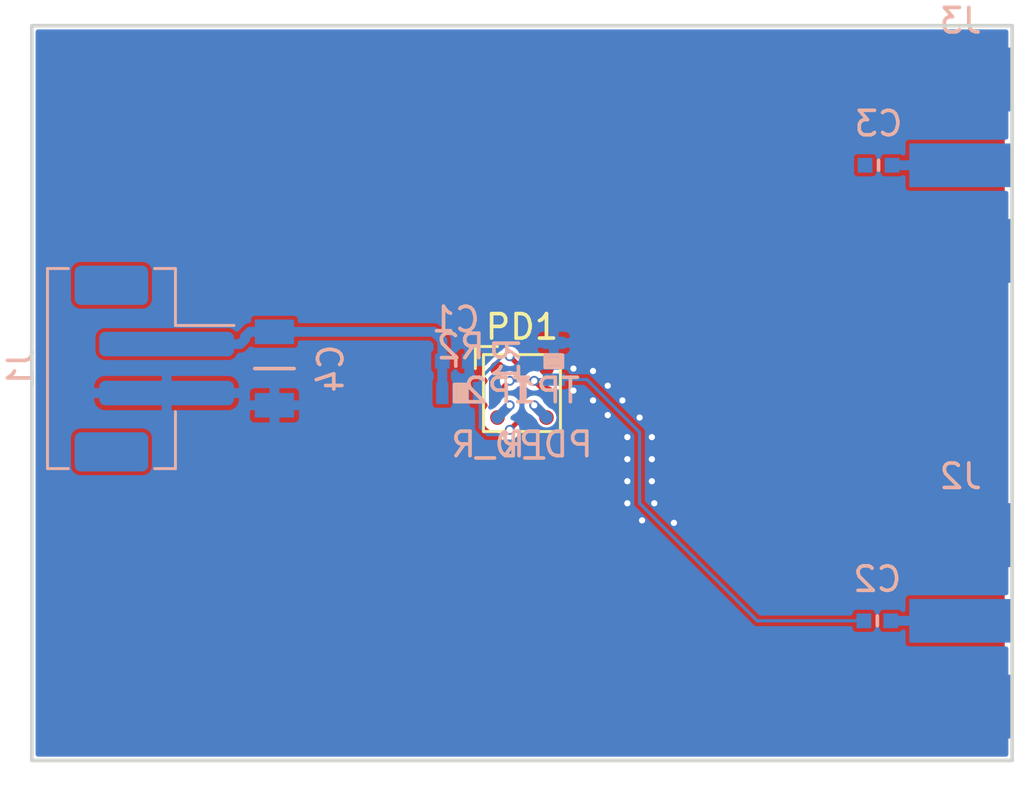
<source format=kicad_pcb>
(kicad_pcb (version 20211014) (generator pcbnew)
  (layers (0 "F.Cu" signal) (1 "In1.Cu" signal) (2 "In2.Cu" signal) (31 "B.Cu" signal) (34 "B.Paste" user) (35 "F.Paste" user) (36 "B.SilkS" user "B.Silkscreen") (37 "F.SilkS" user "F.Silkscreen") (38 "B.Mask" user) (39 "F.Mask" user) (44 "Edge.Cuts" user))
  (net 0 "")
  (net 1 "/GND")
  (net 2 "/VBIAS")
  (net 3 "Net-(C2-Pad1)")
  (net 4 "/PD_A")
  (net 5 "Net-(C3-Pad1)")
  (net 7 "Net-(PD1-Pad1C)")
  (net 8 "/PD_C")
  (net 9 "Net-(PD1-Pad3C)")
  (footprint "SquantorOpto:AFBR-S4N33C013" (layer "F.Cu") (at 120 80)
    (fp_text reference "PD1" (at 0 -2.7 unlocked) (layer "F.SilkS"))
    (fp_text value "AFBR-S4N33C013")
    (fp_line (start 1.57 1.57) (end -1.57 1.57) (layer "F.SilkS") (width 0.12))
    (fp_line (start -1.57 -1.57) (end 1.57 -1.57) (layer "F.SilkS") (width 0.12))
    (fp_line (start 1.57 -1.57) (end 1.57 1.57) (layer "F.SilkS") (width 0.12))
    (fp_line (start -1 -1.9) (end -1.9 -1.9) (layer "F.SilkS") (width 0.12))
    (fp_line (start -1.57 1.57) (end -1.57 -1.57) (layer "F.SilkS") (width 0.12))
    (fp_line (start -1.9 -1.9) (end -1.9 -1) (layer "F.SilkS") (width 0.12))
    (pad "1A" smd circle locked (at -1 -1) (size 0.6 0.6) (layers "F.Cu" "F.Paste" "F.Mask"))
    (pad "1B" smd circle locked (at -1 0) (size 0.6 0.6) (layers "F.Cu" "F.Paste" "F.Mask") (net 4 "/PD_A"))
    (pad "1C" smd circle locked (at -1 1) (size 0.6 0.6) (layers "F.Cu" "F.Paste" "F.Mask") (net 7 "Net-(PD1-Pad1C)"))
    (pad "2A" smd circle locked (at 0 -1) (size 0.6 0.6) (layers "F.Cu" "F.Paste" "F.Mask") (net 8 "/PD_C"))
    (pad "2B" smd circle locked (at 0 0) (size 0.6 0.6) (layers "F.Cu" "F.Paste" "F.Mask"))
    (pad "2C" smd circle locked (at 0 1) (size 0.6 0.6) (layers "F.Cu" "F.Paste" "F.Mask") (net 8 "/PD_C"))
    (pad "3A" smd circle locked (at 1 -1) (size 0.6 0.6) (layers "F.Cu" "F.Paste" "F.Mask"))
    (pad "3B" smd circle locked (at 1 0) (size 0.6 0.6) (layers "F.Cu" "F.Paste" "F.Mask") (net 4 "/PD_A"))
    (pad "3C" smd circle locked (at 1 1) (size 0.6 0.6) (layers "F.Cu" "F.Paste" "F.Mask") (net 9 "Net-(PD1-Pad3C)"))
  )
  (footprint "SquantorRcl:C_0402" (layer "B.Cu") (at 134.55 70.7 180)
    (fp_text reference "C3" (at 0 1.7) (layer "B.SilkS") (effects (justify mirror)))
    (fp_text value "100n")
    (fp_line (start 0 0.2) (end 0 -0.2) (layer "B.SilkS") (width 0.15))
    (pad "1" smd rect (at -0.55 0 180) (size 0.6 0.6) (layers "B.Cu" "B.Paste" "B.Mask") (net 5 "Net-(C3-Pad1)"))
    (pad "2" smd rect (at 0.55 0 180) (size 0.6 0.6) (layers "B.Cu" "B.Paste" "B.Mask"))
  )
  (footprint "SquantorTestPoints:TestPoint_pad_circle_D05" (layer "B.Cu") (at 121 81 180)
    (fp_text reference "TP1" (at 0 1.1) (layer "B.SilkS") (effects (justify mirror)))
    (fp_text value "PD_R" (at 0 -1.1) (layer "B.SilkS") (effects (justify mirror)))
    (pad "1" smd circle locked (at 0 0 180) (size 0.5 0.5) (layers "B.Cu" "B.Mask") (net 9 "Net-(PD1-Pad3C)"))
  )
  (footprint "SquantorConnectors:SMA_edge_6mm2" (layer "B.Cu") (at 137.9 89.3 180)
    (fp_text reference "J2" (at 0 5.9) (layer "B.SilkS") (effects (justify mirror)))
    (fp_text value "Energy")
    (pad "1" smd rect locked (at 0 0 180) (size 4.19 1.78) (layers "B.Cu" "B.Paste" "B.Mask") (net 3 "Net-(C2-Pad1)"))
    (pad "2" smd rect locked (at 0 3.5 180) (size 4.19 2.6) (layers "F.Cu" "F.Paste" "F.Mask") (net 1 "/GND"))
    (pad "2" smd rect locked (at 0 -3.5 180) (size 4.19 2.6) (layers "F.Cu" "F.Paste" "F.Mask") (net 1 "/GND"))
    (pad "2" smd rect locked (at 0 3.5 180) (size 4.19 2.6) (layers "B.Cu" "B.Paste" "B.Mask") (net 1 "/GND"))
    (pad "2" smd rect locked (at 0 -3.5 180) (size 4.19 2.6) (layers "B.Cu" "B.Paste" "B.Mask") (net 1 "/GND"))
  )
  (footprint "SquantorRcl:C_0402" (layer "B.Cu") (at 117.3 78.7 180)
    (fp_text reference "C1" (at 0 1.7) (layer "B.SilkS") (effects (justify mirror)))
    (fp_text value "100n")
    (fp_line (start 0 0.2) (end 0 -0.2) (layer "B.SilkS") (width 0.15))
    (pad "1" smd rect (at -0.55 0 180) (size 0.6 0.6) (layers "B.Cu" "B.Paste" "B.Mask") (net 1 "/GND"))
    (pad "2" smd rect (at 0.55 0 180) (size 0.6 0.6) (layers "B.Cu" "B.Paste" "B.Mask") (net 2 "/VBIAS"))
  )
  (footprint "SquantorRcl:C_1206" (layer "B.Cu") (at 109.9 79 90)
    (fp_text reference "C4" (at 0 2.3 90) (layer "B.SilkS") (effects (justify mirror)))
    (fp_text value "10u")
    (fp_line (start 0 0.8) (end 0 -0.8) (layer "B.SilkS") (width 0.15))
    (pad "1" smd rect (at -1.5 0 90) (size 1 1.6) (layers "B.Cu" "B.Paste" "B.Mask") (net 1 "/GND"))
    (pad "2" smd rect (at 1.5 0 90) (size 1 1.6) (layers "B.Cu" "B.Paste" "B.Mask") (net 2 "/VBIAS"))
  )
  (footprint "SquantorRcl:C_0402" (layer "B.Cu") (at 134.5 89.3 180)
    (fp_text reference "C2" (at 0 1.7) (layer "B.SilkS") (effects (justify mirror)))
    (fp_text value "100n")
    (fp_line (start 0 0.2) (end 0 -0.2) (layer "B.SilkS") (width 0.15))
    (pad "1" smd rect (at -0.55 0 180) (size 0.6 0.6) (layers "B.Cu" "B.Paste" "B.Mask") (net 3 "Net-(C2-Pad1)"))
    (pad "2" smd rect (at 0.55 0 180) (size 0.6 0.6) (layers "B.Cu" "B.Paste" "B.Mask") (net 4 "/PD_A"))
  )
  (footprint "SquantorRcl:R_0603" (layer "B.Cu") (at 121.3 78.7 -90)
    (fp_text reference "R1" (at 0 1.9 90) (layer "B.SilkS") (effects (justify mirror)))
    (fp_text value "50")
    (fp_line (start 0.1 0.35) (end 0.1 -0.35) (layer "B.SilkS") (width 0.15))
    (fp_line (start 0.25 0.35) (end -0.25 0.35) (layer "B.SilkS") (width 0.15))
    (fp_line (start 0 0.35) (end 0 -0.35) (layer "B.SilkS") (width 0.15))
    (fp_line (start -0.1 0.35) (end -0.1 -0.35) (layer "B.SilkS") (width 0.15))
    (fp_line (start -0.25 -0.35) (end 0.25 -0.35) (layer "B.SilkS") (width 0.15))
    (fp_line (start 0.25 -0.35) (end 0.25 0.35) (layer "B.SilkS") (width 0.15))
    (fp_line (start -0.25 0.35) (end -0.25 -0.35) (layer "B.SilkS") (width 0.15))
    (pad "1" smd rect (at -0.75 0 270) (size 0.5 0.9) (layers "B.Cu" "B.Paste" "B.Mask") (net 1 "/GND"))
    (pad "2" smd rect (at 0.75 0 270) (size 0.5 0.9) (layers "B.Cu" "B.Paste" "B.Mask") (net 4 "/PD_A"))
  )
  (footprint "SquantorConnectors:SMA_edge_6mm2" (layer "B.Cu") (at 137.9 70.7 180)
    (fp_text reference "J3" (at 0 5.9) (layer "B.SilkS") (effects (justify mirror)))
    (fp_text value "Timing")
    (pad "1" smd rect locked (at 0 0 180) (size 4.19 1.78) (layers "B.Cu" "B.Paste" "B.Mask") (net 5 "Net-(C3-Pad1)"))
    (pad "2" smd rect locked (at 0 -3.5 180) (size 4.19 2.6) (layers "B.Cu" "B.Paste" "B.Mask") (net 1 "/GND"))
    (pad "2" smd rect locked (at 0 -3.5 180) (size 4.19 2.6) (layers "F.Cu" "F.Paste" "F.Mask") (net 1 "/GND"))
    (pad "2" smd rect locked (at 0 3.5 180) (size 4.19 2.6) (layers "B.Cu" "B.Paste" "B.Mask") (net 1 "/GND"))
    (pad "2" smd rect locked (at 0 3.5 180) (size 4.19 2.6) (layers "F.Cu" "F.Paste" "F.Mask") (net 1 "/GND"))
  )
  (footprint "SquantorTestPoints:TestPoint_pad_circle_D05" (layer "B.Cu") (at 119 81 180)
    (fp_text reference "TP2" (at 0 1.1) (layer "B.SilkS") (effects (justify mirror)))
    (fp_text value "PD_R" (at 0 -1.1) (layer "B.SilkS") (effects (justify mirror)))
    (pad "1" smd circle locked (at 0 0 180) (size 0.5 0.5) (layers "B.Cu" "B.Mask") (net 7 "Net-(PD1-Pad1C)"))
  )
  (footprint "SquantorRcl:R_0603" (layer "B.Cu") (at 117.5 80 180)
    (fp_text reference "R2" (at 0 1.9) (layer "B.SilkS") (effects (justify mirror)))
    (fp_text value "50")
    (fp_line (start 0.1 0.35) (end 0.1 -0.35) (layer "B.SilkS") (width 0.15))
    (fp_line (start 0.25 0.35) (end -0.25 0.35) (layer "B.SilkS") (width 0.15))
    (fp_line (start -0.1 0.35) (end -0.1 -0.35) (layer "B.SilkS") (width 0.15))
    (fp_line (start 0 0.35) (end 0 -0.35) (layer "B.SilkS") (width 0.15))
    (fp_line (start 0.25 -0.35) (end 0.25 0.35) (layer "B.SilkS") (width 0.15))
    (fp_line (start -0.25 0.35) (end -0.25 -0.35) (layer "B.SilkS") (width 0.15))
    (fp_line (start -0.25 -0.35) (end 0.25 -0.35) (layer "B.SilkS") (width 0.15))
    (pad "1" smd rect (at -0.75 0 180) (size 0.5 0.9) (layers "B.Cu" "B.Paste" "B.Mask") (net 8 "/PD_C"))
    (pad "2" smd rect (at 0.75 0 180) (size 0.5 0.9) (layers "B.Cu" "B.Paste" "B.Mask") (net 2 "/VBIAS"))
  )
  (footprint "Connector_JST:JST_PH_B2B-PH-SM4-TB_1x02-1MP_P2.00mm_Vertical" (layer "B.Cu") (at 105 79 -90)
    (fp_text reference "J1" (at 0 5.45 90) (layer "B.SilkS") (effects (justify mirror)))
    (fp_text value "Conn_01x02")
    (fp_line (start -4.085 4.36) (end 4.085 4.36) (layer "B.SilkS") (width 0.12))
    (fp_line (start -4.085 -0.86) (end -1.76 -0.86) (layer "B.SilkS") (width 0.12))
    (fp_line (start -4.085 3.51) (end -4.085 4.36) (layer "B.SilkS") (width 0.12))
    (fp_line (start -1.76 -0.86) (end -1.76 -3.25) (layer "B.SilkS") (width 0.12))
    (fp_line (start 4.085 4.36) (end 4.085 3.51) (layer "B.SilkS") (width 0.12))
    (fp_line (start 4.085 -0.01) (end 4.085 -0.86) (layer "B.SilkS") (width 0.12))
    (fp_line (start 4.085 -0.86) (end 1.76 -0.86) (layer "B.SilkS") (width 0.12))
    (fp_line (start -4.085 -0.01) (end -4.085 -0.86) (layer "B.SilkS") (width 0.12))
    (pad "1" smd roundrect locked (at -1 -0.5 270) (size 1 5.5) (layers "B.Cu" "B.Paste" "B.Mask") (net 2 "/VBIAS"))
    (pad "2" smd roundrect locked (at 1 -0.5 270) (size 1 5.5) (layers "B.Cu" "B.Paste" "B.Mask") (net 1 "/GND"))
    (pad "MP" smd roundrect locked (at 3.4 1.75 270) (size 1.6 3) (layers "B.Cu" "B.Paste" "B.Mask") (roundrect_rratio 0.15625))
    (pad "MP" smd roundrect locked (at -3.4 1.75 270) (size 1.6 3) (layers "B.Cu" "B.Paste" "B.Mask") (roundrect_rratio 0.15625))
  )
  (gr_line (start 140 95) (end 100 95) (layer "Edge.Cuts") (width 0.15))
  (gr_line (start 100 95) (end 100 65) (layer "Edge.Cuts") (width 0.15))
  (gr_line (start 100 65) (end 140 65) (layer "Edge.Cuts") (width 0.15))
  (gr_line (start 140 65) (end 140 95) (layer "Edge.Cuts") (width 0.15))
  (via (at 123.5 79.7) (size 0.4) (drill 0.254) (layers "F.Cu" "B.Cu") (net 1))
  (via (at 125.3 81.8) (size 0.4) (drill 0.254) (layers "F.Cu" "B.Cu") (net 1))
  (via (at 122.1 79) (size 0.4) (drill 0.254) (layers "F.Cu" "B.Cu") (net 1))
  (via (at 122.1 79.9) (size 0.4) (drill 0.254) (layers "F.Cu" "B.Cu") (net 1))
  (via (at 126.2 85.3) (size 0.4) (drill 0.254) (layers "F.Cu" "B.Cu") (net 1))
  (via (at 123.5 80.9) (size 0.4) (drill 0.254) (layers "F.Cu" "B.Cu") (net 1))
  (via (at 124.3 84.5) (size 0.4) (drill 0.254) (layers "F.Cu" "B.Cu") (net 1))
  (via (at 124.1 80.3) (size 0.4) (drill 0.254) (layers "F.Cu" "B.Cu") (net 1))
  (via (at 124.9 85.2) (size 0.4) (drill 0.254) (layers "F.Cu" "B.Cu") (net 1))
  (via (at 124.3 83.6) (size 0.4) (drill 0.254) (layers "F.Cu" "B.Cu") (net 1))
  (via (at 122.9 79.1) (size 0.4) (drill 0.254) (layers "F.Cu" "B.Cu") (net 1))
  (via (at 122.9 80.3) (size 0.4) (drill 0.254) (layers "F.Cu" "B.Cu") (net 1))
  (via (at 124.3 82.7) (size 0.4) (drill 0.254) (layers "F.Cu" "B.Cu") (net 1))
  (via (at 125.4 84.5) (size 0.4) (drill 0.254) (layers "F.Cu" "B.Cu") (net 1))
  (via (at 125.3 83.6) (size 0.4) (drill 0.254) (layers "F.Cu" "B.Cu") (net 1))
  (via (at 125.3 82.7) (size 0.4) (drill 0.254) (layers "F.Cu" "B.Cu") (net 1))
  (via (at 124.3 81.8) (size 0.4) (drill 0.254) (layers "F.Cu" "B.Cu") (net 1))
  (via (at 124.8 81) (size 0.4) (drill 0.254) (layers "F.Cu" "B.Cu") (net 1))
  (segment (start 109.9 77.5) (end 108.9 77.5) (width 0.4) (layer "B.Cu") (net 2))
  (segment (start 116.75 80) (end 116.75 78.7) (width 0.4) (layer "B.Cu") (net 2))
  (segment (start 108.7 77.8) (end 108.5 78) (width 0.4) (layer "B.Cu") (net 2))
  (segment (start 116.75 77.85) (end 116.4 77.5) (width 0.4) (layer "B.Cu") (net 2))
  (segment (start 108.5 78) (end 105.5 78) (width 0.4) (layer "B.Cu") (net 2))
  (segment (start 116.75 78.7) (end 116.75 77.85) (width 0.4) (layer "B.Cu") (net 2))
  (segment (start 108.9 77.5) (end 108.7 77.7) (width 0.4) (layer "B.Cu") (net 2))
  (segment (start 116.4 77.5) (end 109.9 77.5) (width 0.4) (layer "B.Cu") (net 2))
  (segment (start 108.7 77.7) (end 108.7 77.8) (width 0.4) (layer "B.Cu") (net 2))
  (segment (start 135.05 89.3) (end 137.9 89.3) (width 0.4) (layer "B.Cu") (net 3))
  (segment (start 119 80) (end 119.5 79.5) (width 0.2) (layer "F.Cu") (net 4))
  (segment (start 121 80) (end 120.5 79.5) (width 0.2) (layer "F.Cu") (net 4))
  (via (at 120.5 79.5) (size 0.4) (drill 0.254) (layers "F.Cu" "B.Cu") (net 4))
  (via (at 119.5 79.5) (size 0.4) (drill 0.254) (layers "F.Cu" "B.Cu") (net 4))
  (segment (start 124.8 81.6) (end 122.65 79.45) (width 0.127) (layer "B.Cu") (net 4))
  (segment (start 133.95 89.3) (end 129.6 89.3) (width 0.127) (layer "B.Cu") (net 4))
  (segment (start 124.8 84.5) (end 124.8 81.6) (width 0.127) (layer "B.Cu") (net 4))
  (segment (start 120.5 79.5) (end 120.55 79.45) (width 0.127) (layer "B.Cu") (net 4))
  (segment (start 122.65 79.45) (end 121.3 79.45) (width 0.127) (layer "B.Cu") (net 4))
  (segment (start 119.5 79.5) (end 120.5 79.5) (width 0.127) (layer "B.Cu") (net 4))
  (segment (start 120.55 79.45) (end 121.3 79.45) (width 0.127) (layer "B.Cu") (net 4))
  (segment (start 129.6 89.3) (end 124.8 84.5) (width 0.127) (layer "B.Cu") (net 4))
  (segment (start 135.1 70.7) (end 137.9 70.7) (width 0.4) (layer "B.Cu") (net 5))
  (segment (start 119.5 80.5) (end 119 81) (width 0.4) (layer "F.Cu") (net 7))
  (via (at 119.5 80.5) (size 0.4) (drill 0.254) (layers "F.Cu" "B.Cu") (net 7))
  (segment (start 119 81) (end 119.5 80.5) (width 0.4) (layer "B.Cu") (net 7))
  (segment (start 120 79) (end 119.5 78.5) (width 0.2) (layer "F.Cu") (net 8))
  (segment (start 120 81) (end 119.5 81.5) (width 0.2) (layer "F.Cu") (net 8))
  (via (at 119.5 78.5) (size 0.4) (drill 0.254) (layers "F.Cu" "B.Cu") (net 8))
  (via (at 119.5 81.5) (size 0.4) (drill 0.254) (layers "F.Cu" "B.Cu") (net 8))
  (segment (start 118.3 81.4) (end 118.3 79.4) (width 0.127) (layer "B.Cu") (net 8))
  (segment (start 118.6 81.7) (end 118.3 81.4) (width 0.127) (layer "B.Cu") (net 8))
  (segment (start 118.3 79.4) (end 119.2 78.5) (width 0.127) (layer "B.Cu") (net 8))
  (segment (start 119.5 81.5) (end 119.3 81.7) (width 0.127) (layer "B.Cu") (net 8))
  (segment (start 119.3 81.7) (end 118.6 81.7) (width 0.127) (layer "B.Cu") (net 8))
  (segment (start 119.2 78.5) (end 119.5 78.5) (width 0.127) (layer "B.Cu") (net 8))
  (segment (start 121 81) (end 120.5 80.5) (width 0.4) (layer "F.Cu") (net 9))
  (via (at 120.5 80.5) (size 0.4) (drill 0.254) (layers "F.Cu" "B.Cu") (net 9))
  (segment (start 120.5 80.5) (end 121 81) (width 0.4) (layer "B.Cu") (net 9))
  (zone (net 1) (net_name "/GND") (layers "F.Cu" "In1.Cu" "In2.Cu") (connect_pads (clearance 0.3)) (min_thickness 0.2) (fill yes (thermal_gap 0.2) (thermal_bridge_width 0.4))
    (polygon (pts (xy 140 95) (xy 100 95) (xy 100 65) (xy 140 65)))
  )
  (zone (net 1) (net_name "/GND") (layer "B.Cu") (connect_pads (clearance 0.1524)) (min_thickness 0.2) (fill yes (thermal_gap 0.2) (thermal_bridge_width 0.4))
    (polygon (pts (xy 140 95) (xy 100 95) (xy 100 65) (xy 140 65)))
  )
)
</source>
